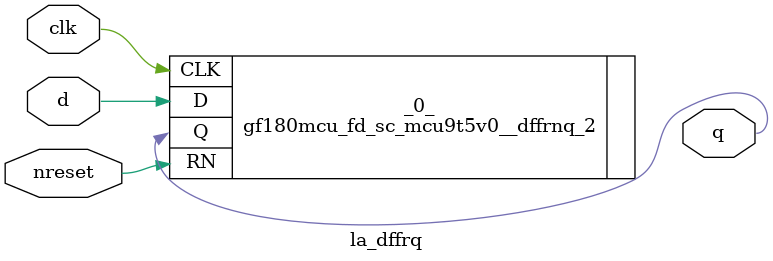
<source format=v>

/* Generated by Yosys 0.37 (git sha1 a5c7f69ed, clang 14.0.0-1ubuntu1.1 -fPIC -Os) */

module la_dffrq(d, clk, nreset, q);
  input clk;
  wire clk;
  input d;
  wire d;
  input nreset;
  wire nreset;
  output q;
  wire q;
  gf180mcu_fd_sc_mcu9t5v0__dffrnq_2 _0_ (
    .CLK(clk),
    .D(d),
    .Q(q),
    .RN(nreset)
  );
endmodule

</source>
